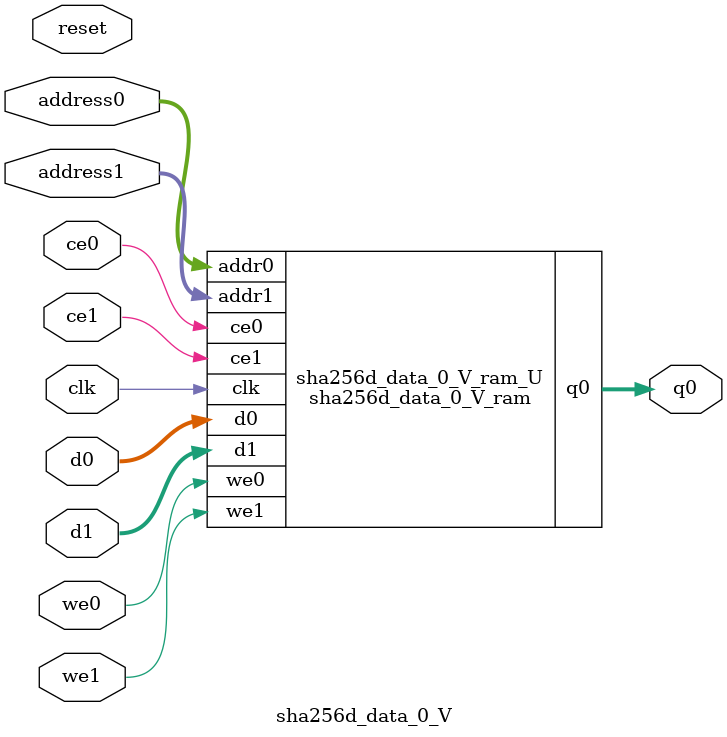
<source format=v>
`timescale 1 ns / 1 ps
module sha256d_data_0_V_ram (addr0, ce0, d0, we0, q0, addr1, ce1, d1, we1,  clk);

parameter DWIDTH = 8;
parameter AWIDTH = 6;
parameter MEM_SIZE = 64;

input[AWIDTH-1:0] addr0;
input ce0;
input[DWIDTH-1:0] d0;
input we0;
output reg[DWIDTH-1:0] q0;
input[AWIDTH-1:0] addr1;
input ce1;
input[DWIDTH-1:0] d1;
input we1;
input clk;

(* ram_style = "block" *)reg [DWIDTH-1:0] ram[0:MEM_SIZE-1];




always @(posedge clk)  
begin 
    if (ce0) begin
        if (we0) 
            ram[addr0] <= d0; 
        q0 <= ram[addr0];
    end
end


always @(posedge clk)  
begin 
    if (ce1) begin
        if (we1) 
            ram[addr1] <= d1; 
    end
end


endmodule

`timescale 1 ns / 1 ps
module sha256d_data_0_V(
    reset,
    clk,
    address0,
    ce0,
    we0,
    d0,
    q0,
    address1,
    ce1,
    we1,
    d1);

parameter DataWidth = 32'd8;
parameter AddressRange = 32'd64;
parameter AddressWidth = 32'd6;
input reset;
input clk;
input[AddressWidth - 1:0] address0;
input ce0;
input we0;
input[DataWidth - 1:0] d0;
output[DataWidth - 1:0] q0;
input[AddressWidth - 1:0] address1;
input ce1;
input we1;
input[DataWidth - 1:0] d1;



sha256d_data_0_V_ram sha256d_data_0_V_ram_U(
    .clk( clk ),
    .addr0( address0 ),
    .ce0( ce0 ),
    .we0( we0 ),
    .d0( d0 ),
    .q0( q0 ),
    .addr1( address1 ),
    .ce1( ce1 ),
    .we1( we1 ),
    .d1( d1 ));

endmodule


</source>
